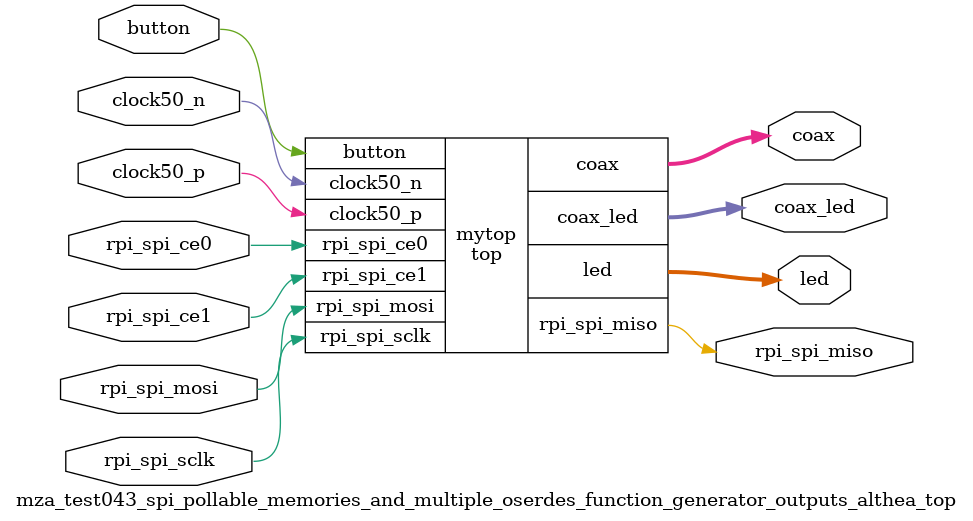
<source format=v>

`define althea_revB
`include "lib/spi.v"
`include "lib/RAM8.v"
`include "lib/serdes_pll.v"
`include "lib/plldcm.v"

`define USE_BRAM_4K

//`ifdef xilinx
//`else
//`endif

module top (
	input clock50_p, clock50_n,
	input rpi_spi_sclk,
	input rpi_spi_mosi,
	output rpi_spi_miso,
	input rpi_spi_ce0,
	input rpi_spi_ce1,
	input button,
	output [5:0] coax,
	output [3:0] coax_led,
	output [7:0] led
);
	reg reset1 = 1;
	reg reset2_clock125 = 1;
	reg reset3_word_clock = 1;
	wire clock50;
	IBUFGDS mybuf (.I(clock50_p), .IB(clock50_n), .O(clock50));
	wire pll_locked;
	wire rawclock125;
	wire clock125;
	BUFG mrt (.I(rawclock125), .O(clock125));
	if (0) begin
		simplepll_BASE #(.OVERALL_DIVIDE(1), .MULTIPLY(10), .DIVIDE0(4), .PHASE0(0.0), .PERIOD(20.0)) kronos (.clockin(clock50), .reset(reset1), .clock0out(rawclock125), .clock1out(), .clock2out(), .clock3out(), .clock4out(), .clock5out(), .locked(pll_locked)); // 50->125
	end else begin
		simpledcm_SP #(.MULTIPLY(10), .DIVIDE(4), .ALT_CLOCKOUT_DIVIDE(2), .PERIOD(20.0)) mydcm (.clockin(clock50), .reset(reset1), .clockout(rawclock125), .clockout180(), .alt_clockout(), .locked(pll_locked)); // 50->125
	end
	// ----------------------------------------------------------------------
	wire word_clock;
	wire [7:0] oserdes_word_out;
	wire pll_oserdes_locked;
	wire clock_ram;
	wire clock_spi;
	assign clock_ram = word_clock;
	assign clock_spi = word_clock;
	reg [7:0] reset_counter = 0;
	always @(posedge clock50) begin
		if (~button) begin
			reset1 <= 1;
			reset_counter <= 0;
		end else if (reset1) begin
			if (reset_counter[7]) begin
				reset1 <= 0;
			end else begin
				reset_counter <= reset_counter + 1'b1;
			end
		end
	end
	always @(posedge clock125) begin
		if (reset2_clock125) begin
			if (pll_locked) begin
				reset2_clock125 <= 0;
			end
		end
	end
	always @(posedge word_clock) begin
		if (reset3_word_clock) begin
			if (pll_oserdes_locked) begin
				reset3_word_clock <= 0;
			end
		end
	end
	// ----------------------------------------------------------------------
	reg sync_read_address = 0;
	reg [15:0] read_address = 0;
	wire [31:0] start_read_address;
	wire [31:0] end_read_address;
	reg [15:0] last_read_address = 16'd4095;
	// ----------------------------------------------------------------------
	wire miso_ce0;
	wire miso_ce1;
	//assign rpi_spi_miso = rpi_spi_ce1 ? miso_ce0 : miso_ce1;
	assign rpi_spi_miso = rpi_spi_ce0 ? miso_ce1 : miso_ce0;
	// ----------------------------------------------------------------------
	wire [7:0] command8_ce0;
	wire [15:0] address16_ce0;
	wire [31:0] data32_ce0;
	wire [31:0] read_data32_ce0;
	wire transaction_valid_ce0;
	SPI_peripheral_command8_address16_data32 spi_ce0 (.clock(clock_spi),
		.SCK(rpi_spi_sclk), .MOSI(rpi_spi_mosi), .MISO(miso_ce0), .SSEL(rpi_spi_ce0),
		.transaction_valid(transaction_valid_ce0), .command8(command8_ce0), .address16(address16_ce0), .data32(data32_ce0), .data32_to_controller(read_data32_ce0));
	wire [3:0] address4_ce0 = address16_ce0[3:0];
	RAM_inferred_with_register_outputs #(.ADDR_WIDTH(4), .DATA_WIDTH(32)) myram (.reset(reset3_word_clock),
		.clock(clock_ram), .waddress_a(address4_ce0), .data_in_a(data32_ce0), .write_strobe_a(transaction_valid_ce0),
		.raddress_a(address4_ce0), .data_out_a(read_data32_ce0),
		.data_out_b_0(start_read_address), .data_out_b_1(end_read_address), .data_out_b_2(), .data_out_b_3());
	// ----------------------------------------------------------------------
	wire [7:0] command8;
	wire [15:0] address16;
	wire [31:0] data32_0123;
	wire [31:0] data32_3210;
	assign data32_0123[7:0]   = data32_3210[31:24];
	assign data32_0123[15:8]  = data32_3210[23:16];
	assign data32_0123[23:16] = data32_3210[15:8];
	assign data32_0123[31:24] = data32_3210[7:0];
	wire [31:0] read_data32_0123;
	wire [31:0] read_data32_3210;
	assign read_data32_3210[7:0]   = read_data32_0123[31:24];
	assign read_data32_3210[15:8]  = read_data32_0123[23:16];
	assign read_data32_3210[23:16] = read_data32_0123[15:8];
	assign read_data32_3210[31:24] = read_data32_0123[7:0];
	wire transaction_valid_ce1;
	SPI_peripheral_command8_address16_data32 spi_ce1 (.clock(clock_spi),
		.SCK(rpi_spi_sclk), .MOSI(rpi_spi_mosi), .MISO(miso_ce1), .SSEL(rpi_spi_ce1),
		.transaction_valid(transaction_valid_ce1), .command8(command8), .address16(address16), .data32(data32_3210), .data32_to_controller(read_data32_3210));
`ifdef USE_BRAM_512
	wire [8:0] address9 = address16[8:0];
	wire [10:0] read_address11 = read_address[10:0];
	RAM_s6_512_32bit_8bit mem (.reset(reset3_word_clock),
		.clock_a(clock_ram), .address_a(address9), .data_in_a(data32_0123), .write_enable_a(transaction_valid_ce1), .data_out_a(read_data32_0123),
		.clock_b(clock_ram), .address_b(read_address11), .data_out_b(oserdes_word_out));
`elsif USE_BRAM_4K
	wire [11:0] address12 = address16[11:0];
	wire [13:0] read_address14 = read_address[13:0];
	RAM_s6_4k_32bit_8bit mem (.reset(reset3_word_clock),
		.clock_a(clock_ram), .address_a(address12), .data_in_a(data32_0123), .write_enable_a(transaction_valid_ce1), .data_out_a(read_data32_0123),
		.clock_b(clock_ram), .address_b(read_address14), .data_out_b(oserdes_word_out));
`endif
	// ----------------------------------------------------------------------
	reg sync_out_raw = 0;
	reg [3:0] sync_out_stream = 0;
	always @(posedge word_clock) begin
		sync_out_raw <= 0;
		if (reset3_word_clock) begin
			read_address <= start_read_address[17:2];
			last_read_address <= end_read_address[17:2] - 1'b1;
		end else begin
			if (read_address==last_read_address || sync_read_address) begin
				read_address <= start_read_address[17:2];
				last_read_address <= end_read_address[17:2] - 1'b1;
				sync_out_raw <= 1;
			end else begin
				read_address <= read_address + 1'b1;
			end
		end
		sync_out_stream <= { sync_out_stream[2:0], sync_out_raw };
	end
	assign coax[4] = sync_out_stream[2];
	if (0) begin
		ocyrus_single8 #(.BIT_DEPTH(8), .PERIOD(8.0), .DIVIDE(1), .MULTIPLY(8), .SCOPE("BUFPLL")) mylei (.clock_in(clock125), .reset(reset2_clock125), .word_clock_out(word_clock), .word_in(oserdes_word_out), .D_out(coax[0]), .locked(pll_oserdes_locked));
		assign coax[1] = 0;
		assign coax[2] = 0;
		assign coax[3] = 0;
		assign coax[4] = 0;
		assign coax[5] = 0;
	end else if (0) begin
		assign coax_led = 4'b0011;
		ocyrus_double8 #(.BIT_DEPTH(8), .PERIOD(8.0), .DIVIDE(1), .MULTIPLY(8), .SCOPE("BUFPLL")) mylei (.clock_in(clock125), .reset(reset2_clock125), .word_clock_out(word_clock),
			.word0_in(oserdes_word_out), .D0_out(coax[0]),
			.word1_in(oserdes_word_out), .D1_out(coax[1]),
			.locked(pll_oserdes_locked));
		assign coax[2] = 0;
		assign coax[3] = 0;
		assign coax[4] = 0;
		assign coax[5] = 0;
	end else if (1) begin
		assign coax_led = 4'b1111;
		ocyrus_quad8 #(.BIT_DEPTH(8), .PERIOD(8.0), .DIVIDE(1), .MULTIPLY(8), .SCOPE("BUFPLL")) mylei (
			.clock_in(clock125), .reset(reset2_clock125), .word_clock_out(word_clock), .locked(pll_oserdes_locked),
			.word0_in(oserdes_word_out), .word1_in(oserdes_word_out), .word2_in(oserdes_word_out), .word3_in(oserdes_word_out),
			.D0_out(coax[0]), .D1_out(coax[1]), .D2_out(coax[2]), .D3_out(coax[3]));
		//assign coax[4] = 0;
		assign coax[5] = 0;
	end else if (0) begin
		// hex8 won't work because each bufpll only covers a single bank
//		ocyrus_hex8 #(.BIT_DEPTH(8), .PERIOD(8.0), .DIVIDE(1), .MULTIPLY(8), .SCOPE("BUFPLL")) mylei (
//			.clock_in(clock125), .reset(reset2_clock125), .word_clock_out(word_clock), .locked(pll_oserdes_locked),
//			.word0_in(oserdes_word_out), .word1_in(oserdes_word_out), .word2_in(oserdes_word_out), .word3_in(oserdes_word_out), .word4_in(oserdes_word_out), .word5_in(oserdes_word_out),
//			.D0_out(coax[0]), .D1_out(coax[1]), .D2_out(coax[2]), .D3_out(coax[3]), .D4_out(coax[4]), .D5_out(coax[5]));
		assign coax_led = 4'b1111;
		wire pll_oserdes_locked_1;
		wire pll_oserdes_locked_2;
		ocyrus_quad8 #(.BIT_DEPTH(8), .PERIOD(8.0), .DIVIDE(1), .MULTIPLY(8), .SCOPE("BUFPLL")) mylei4 (
			.clock_in(clock125), .reset(reset2_clock125), .word_clock_out(word_clock), .locked(pll_oserdes_locked_1),
			.word0_in(oserdes_word_out), .word1_in(oserdes_word_out), .word2_in(oserdes_word_out), .word3_in(oserdes_word_out),
			//.D0_out(coax[0]), .D1_out(coax[1]), .D2_out(coax[2]), .D3_out(coax[3]));
			.D0_out(coax[0]), .D1_out(coax[1]), .D2_out(coax[2]), .D3_out());
		assign coax[3] = sync_out_stream[2]; // scope trigger
		ocyrus_double8 #(.BIT_DEPTH(8), .PERIOD(8.0), .DIVIDE(1), .MULTIPLY(8), .SCOPE("BUFPLL"), .PINTYPE1("n")) mylei2 (.clock_in(clock125), .reset(reset2_clock125), .word_clock_out(),
			.word0_in(oserdes_word_out), .D0_out(coax[4]),
			.word1_in(oserdes_word_out), .D1_out(coax[5]),
			.locked(pll_oserdes_locked_2));
		assign pll_oserdes_locked = pll_oserdes_locked_1 && pll_oserdes_locked_2;
	end else begin
		assign pll_oserdes_locked_1 = 1;
		assign coax[0] = 0;
		assign coax[1] = 0;
		assign coax[2] = 0;
		assign coax[3] = 0;
		ocyrus_double8 #(.BIT_DEPTH(8), .PERIOD(8.0), .DIVIDE(1), .MULTIPLY(8), .SCOPE("BUFPLL"), .PINTYPE1("n")) mylei2 (.clock_in(clock125), .reset(reset2_clock125), .word_clock_out(word_clock),
			.word0_in(oserdes_word_out), .D0_out(coax[4]),
			.word1_in(oserdes_word_out), .D1_out(coax[5]),
			.locked(pll_oserdes_locked_2));
		assign pll_oserdes_locked = pll_oserdes_locked_1 && pll_oserdes_locked_2;
	end
	// ----------------------------------------------------------------------
	if (0) begin
		assign led = oserdes_word_out;
	end else begin
		assign led[7] = ~pll_oserdes_locked;
		assign led[6] = 0;//~pll_oserdes_locked_2;
		assign led[5] = reset1;
		assign led[4] = reset2_clock125;
		assign led[3] = reset3_word_clock;
		assign led[2] = ~rpi_spi_ce0;
		assign led[1] = ~rpi_spi_ce1;
		assign led[0] = 0;
		//assign led_2 = data32_ce0[2];
		//assign led_1 = data32_ce0[1];
		//assign led_0 = data32_ce0[0];
	end
endmodule

module mza_test043_spi_pollable_memories_and_multiple_oserdes_function_generator_outputs_althea_top (
	input clock50_p, clock50_n,
	input rpi_spi_sclk,
	input rpi_spi_ce0,
	input rpi_spi_ce1,
	input rpi_spi_mosi,
	output rpi_spi_miso,
	input button,
	output [5:0] coax,
	output [3:0] coax_led,
	output [7:0] led
);
	top mytop (
		.clock50_p(clock50_p), .clock50_n(clock50_n),
		.rpi_spi_mosi(rpi_spi_mosi), .rpi_spi_miso(rpi_spi_miso), .rpi_spi_sclk(rpi_spi_sclk), .rpi_spi_ce0(rpi_spi_ce0), .rpi_spi_ce1(rpi_spi_ce1),
		.button(button),
		.coax(coax),
		.coax_led(coax_led),
		.led(led)
	);
endmodule


</source>
